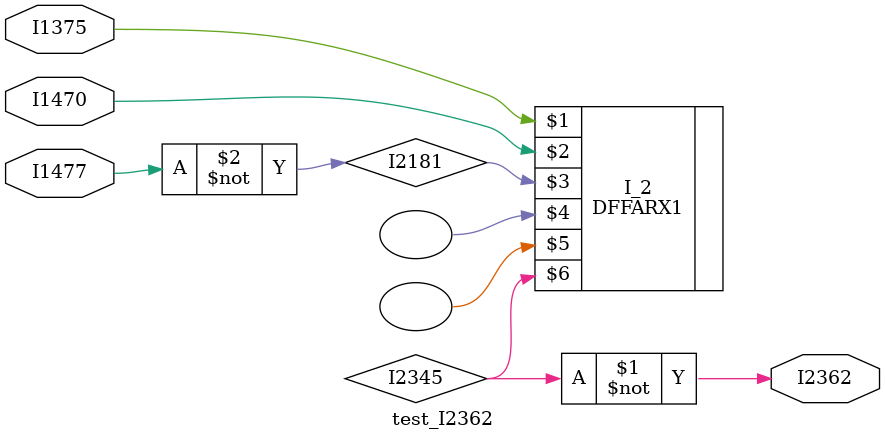
<source format=v>
module test_I2362(I1477,I1470,I1375,I2362);
input I1477,I1470,I1375;
output I2362;
wire I2181,I2345;
not I_0(I2362,I2345);
not I_1(I2181,I1477);
DFFARX1 I_2(I1375,I1470,I2181,,,I2345,);
endmodule



</source>
